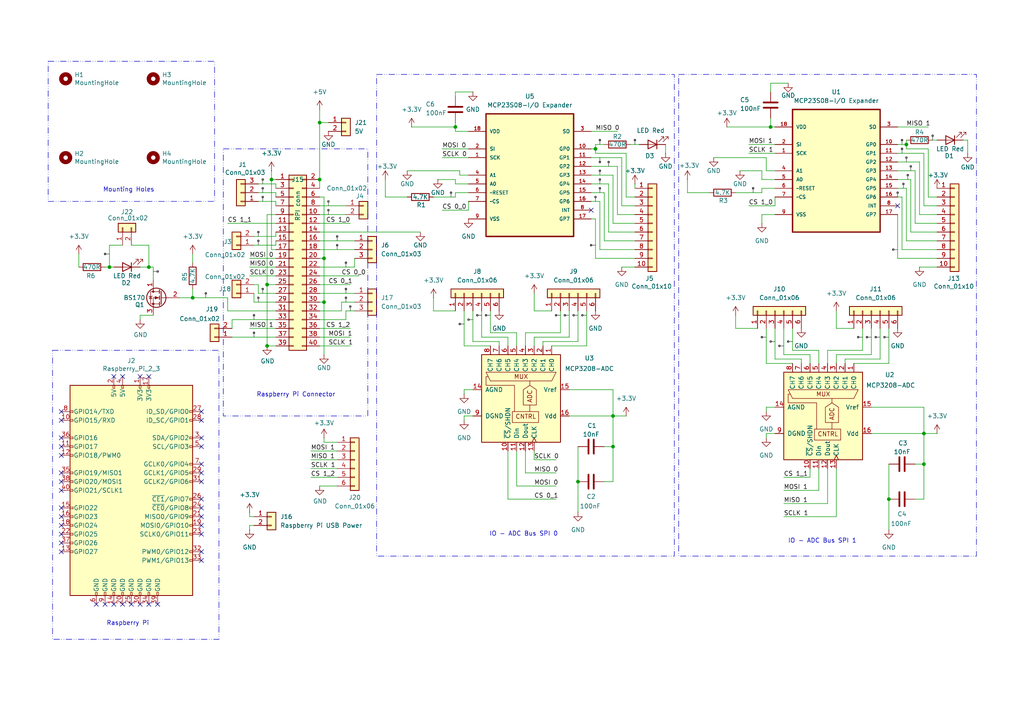
<source format=kicad_sch>
(kicad_sch (version 20231120) (generator "eeschema") (generator_version "8.0")
  (paper "A4")
  (title_block (title "PIADC-IO PCB") (rev "1") (company "GSI") (comment 1 "Dounia Boudefla"))
  (lib_symbols
    (symbol "Analog_ADC:MCP3208" (pin_names (offset 1.016))
      (property "Reference" "U" (at -5.08 13.335 0))
      (property "Value" "MCP3208" (at -5.08 11.43 0))
      (symbol "MCP3208_0_0"
        (text "ADC" (at -0.635 1.27 0) (effects (font (size 1.27 1.27))))
        (text "CNTRL" (at 5.969 -2.921 900) (effects (font (size 1.27 1.27)) (justify left bottom)))
        (text "MUX" (at -6.35 -1.27 900) (effects (font (size 1.27 1.27))))
      )
      (symbol "MCP3208_1_1"
        (pin input line (at -15.24 7.62 0) (length 2.54) (name "CH0") (number "1"))
        (pin input line (at 15.24 -5.08 180) (length 2.54) (name "~{CS}/SHDN") (number "10"))
        (pin input line (at 15.24 -2.54 180) (length 2.54) (name "Din") (number "11"))
        (pin output line (at 15.24 0 180) (length 2.54) (name "Dout") (number "12"))
        (pin input clock (at 15.24 2.54 180) (length 2.54) (name "CLK") (number "13"))
        (pin power_in line (at -2.54 -15.24 90) (length 2.54) (name "AGND") (number "14"))
        (pin power_in line (at -2.54 12.7 270) (length 2.54) (name "Vref") (number "15"))
        (pin power_in line (at 5.08 12.7 270) (length 2.54) (name "Vdd") (number "16"))
        (pin input line (at -15.24 5.08 0) (length 2.54) (name "CH1") (number "2"))
        (pin input line (at -15.24 2.54 0) (length 2.54) (name "CH2") (number "3"))
        (pin input line (at -15.24 0 0) (length 2.54) (name "CH3") (number "4"))
        (pin input line (at -15.24 -2.54 0) (length 2.54) (name "CH4") (number "5"))
        (pin input line (at -15.24 -5.08 0) (length 2.54) (name "CH5") (number "6"))
        (pin input line (at -15.24 -7.62 0) (length 2.54) (name "CH6") (number "7"))
        (pin input line (at -15.24 -10.16 0) (length 2.54) (name "CH7") (number "8"))
        (pin power_in line (at 5.08 -15.24 90) (length 2.54) (name "DGND") (number "9"))
      )
    )
    (symbol "Connector:Raspberry_Pi_2_3" (pin_names (offset 1.016))
      (property "Reference" "J" (at -17.78 31.75 0))
      (property "Value" "Raspberry_Pi_2_3" (at 10.16 -31.75 0))
      (symbol "Raspberry_Pi_2_3_1_1"
        (pin power_in line (at 2.54 33.02 270) (length 2.54) (name "3V3") (number "1"))
        (pin bidirectional line (at -20.32 20.32 0) (length 2.54) (name "GPIO15/RXD") (number "10"))
        (pin bidirectional line (at -20.32 12.7 0) (length 2.54) (name "GPIO17") (number "11"))
        (pin bidirectional line (at -20.32 10.16 0) (length 2.54) (name "GPIO18/PWM0") (number "12"))
        (pin bidirectional line (at -20.32 -17.78 0) (length 2.54) (name "GPIO27") (number "13"))
        (pin power_in line (at -5.08 -33.02 90) (length 2.54) (name "GND") (number "14"))
        (pin bidirectional line (at -20.32 -5.08 0) (length 2.54) (name "GPIO22") (number "15"))
        (pin bidirectional line (at -20.32 -7.62 0) (length 2.54) (name "GPIO23") (number "16"))
        (pin power_in line (at 5.08 33.02 270) (length 2.54) (name "3V3") (number "17"))
        (pin bidirectional line (at -20.32 -10.16 0) (length 2.54) (name "GPIO24") (number "18"))
        (pin bidirectional line (at 20.32 -10.16 180) (length 2.54) (name "MOSI0/GPIO10") (number "19"))
        (pin power_in line (at -5.08 33.02 270) (length 2.54) (name "5V") (number "2"))
        (pin power_in line (at -2.54 -33.02 90) (length 2.54) (name "GND") (number "20"))
        (pin bidirectional line (at 20.32 -7.62 180) (length 2.54) (name "MISO0/GPIO9") (number "21"))
        (pin bidirectional line (at -20.32 -12.7 0) (length 2.54) (name "GPIO25") (number "22"))
        (pin bidirectional line (at 20.32 -12.7 180) (length 2.54) (name "SCLK0/GPIO11") (number "23"))
        (pin bidirectional line (at 20.32 -5.08 180) (length 2.54) (name "~{CE0}/GPIO8") (number "24"))
        (pin power_in line (at 0 -33.02 90) (length 2.54) (name "GND") (number "25"))
        (pin bidirectional line (at 20.32 -2.54 180) (length 2.54) (name "~{CE1}/GPIO7") (number "26"))
        (pin bidirectional line (at 20.32 22.86 180) (length 2.54) (name "ID_SD/GPIO0") (number "27"))
        (pin bidirectional line (at 20.32 20.32 180) (length 2.54) (name "ID_SC/GPIO1") (number "28"))
        (pin bidirectional line (at 20.32 5.08 180) (length 2.54) (name "GCLK1/GPIO5") (number "29"))
        (pin bidirectional line (at 20.32 15.24 180) (length 2.54) (name "SDA/GPIO2") (number "3"))
        (pin power_in line (at 2.54 -33.02 90) (length 2.54) (name "GND") (number "30"))
        (pin bidirectional line (at 20.32 2.54 180) (length 2.54) (name "GCLK2/GPIO6") (number "31"))
        (pin bidirectional line (at 20.32 -17.78 180) (length 2.54) (name "PWM0/GPIO12") (number "32"))
        (pin bidirectional line (at 20.32 -20.32 180) (length 2.54) (name "PWM1/GPIO13") (number "33"))
        (pin power_in line (at 5.08 -33.02 90) (length 2.54) (name "GND") (number "34"))
        (pin bidirectional line (at -20.32 5.08 0) (length 2.54) (name "GPIO19/MISO1") (number "35"))
        (pin bidirectional line (at -20.32 15.24 0) (length 2.54) (name "GPIO16") (number "36"))
        (pin bidirectional line (at -20.32 -15.24 0) (length 2.54) (name "GPIO26") (number "37"))
        (pin bidirectional line (at -20.32 2.54 0) (length 2.54) (name "GPIO20/MOSI1") (number "38"))
        (pin power_in line (at 7.62 -33.02 90) (length 2.54) (name "GND") (number "39"))
        (pin power_in line (at -2.54 33.02 270) (length 2.54) (name "5V") (number "4"))
        (pin bidirectional line (at -20.32 0 0) (length 2.54) (name "GPIO21/SCLK1") (number "40"))
        (pin bidirectional line (at 20.32 12.7 180) (length 2.54) (name "SCL/GPIO3") (number "5"))
        (pin power_in line (at -10.16 -33.02 90) (length 2.54) (name "GND") (number "6"))
        (pin bidirectional line (at 20.32 7.62 180) (length 2.54) (name "GCLK0/GPIO4") (number "7"))
        (pin bidirectional line (at -20.32 22.86 0) (length 2.54) (name "GPIO14/TXD") (number "8"))
        (pin power_in line (at -7.62 -33.02 90) (length 2.54) (name "GND") (number "9"))
      )
    )
    (symbol "Connector_Generic:Conn_01x02" (pin_names (offset 1.016) hide)
      (property "Reference" "J" (at 0 2.54 0))
      (property "Value" "Conn_01x02" (at 0 -5.08 0))
      (symbol "Conn_01x02_1_1"
        (pin passive line (at -5.08 0 0) (length 3.81) (name "Pin_1") (number "1"))
        (pin passive line (at -5.08 -2.54 0) (length 3.81) (name "Pin_2") (number "2"))
      )
    )
    (symbol "Connector_Generic:Conn_01x03" (pin_names (offset 1.016) hide)
      (property "Reference" "J" (at 0 5.08 0))
      (property "Value" "Conn_01x03" (at 0 -5.08 0))
      (symbol "Conn_01x03_1_1"
        (pin passive line (at -5.08 2.54 0) (length 3.81) (name "Pin_1") (number "1"))
        (pin passive line (at -5.08 0 0) (length 3.81) (name "Pin_2") (number "2"))
        (pin passive line (at -5.08 -2.54 0) (length 3.81) (name "Pin_3") (number "3"))
      )
    )
    (symbol "Connector_Generic:Conn_01x06" (pin_names (offset 1.016) hide)
      (property "Reference" "J" (at 0 7.62 0))
      (property "Value" "Conn_01x06" (at 0 -10.16 0))
      (symbol "Conn_01x06_1_1"
        (pin passive line (at -5.08 5.08 0) (length 3.81) (name "Pin_1") (number "1"))
        (pin passive line (at -5.08 2.54 0) (length 3.81) (name "Pin_2") (number "2"))
        (pin passive line (at -5.08 0 0) (length 3.81) (name "Pin_3") (number "3"))
        (pin passive line (at -5.08 -2.54 0) (length 3.81) (name "Pin_4") (number "4"))
        (pin passive line (at -5.08 -5.08 0) (length 3.81) (name "Pin_5") (number "5"))
        (pin passive line (at -5.08 -7.62 0) (length 3.81) (name "Pin_6") (number "6"))
      )
    )
    (symbol "Connector_Generic:Conn_01x10" (pin_names (offset 1.016) hide)
      (property "Reference" "J" (at 0 12.7 0))
      (property "Value" "Conn_01x10" (at 0 -15.24 0))
      (symbol "Conn_01x10_1_1"
        (pin passive line (at -5.08 10.16 0) (length 3.81) (name "Pin_1") (number "1"))
        (pin passive line (at -5.08 -12.7 0) (length 3.81) (name "Pin_10") (number "10"))
        (pin passive line (at -5.08 7.62 0) (length 3.81) (name "Pin_2") (number "2"))
        (pin passive line (at -5.08 5.08 0) (length 3.81) (name "Pin_3") (number "3"))
        (pin passive line (at -5.08 2.54 0) (length 3.81) (name "Pin_4") (number "4"))
        (pin passive line (at -5.08 0 0) (length 3.81) (name "Pin_5") (number "5"))
        (pin passive line (at -5.08 -2.54 0) (length 3.81) (name "Pin_6") (number "6"))
        (pin passive line (at -5.08 -5.08 0) (length 3.81) (name "Pin_7") (number "7"))
        (pin passive line (at -5.08 -7.62 0) (length 3.81) (name "Pin_8") (number "8"))
        (pin passive line (at -5.08 -10.16 0) (length 3.81) (name "Pin_9") (number "9"))
      )
    )
    (symbol "Connector_Generic:Conn_02x20_Odd_Even" (pin_names (offset 1.016) hide)
      (property "Reference" "J" (at 1.27 25.4 0))
      (property "Value" "Conn_02x20_Odd_Even" (at 1.27 -27.94 0))
      (symbol "Conn_02x20_Odd_Even_1_1"
        (pin passive line (at -5.08 22.86 0) (length 3.81) (name "Pin_1") (number "1"))
        (pin passive line (at 7.62 12.7 180) (length 3.81) (name "Pin_10") (number "10"))
        (pin passive line (at -5.08 10.16 0) (length 3.81) (name "Pin_11") (number "11"))
        (pin passive line (at 7.62 10.16 180) (length 3.81) (name "Pin_12") (number "12"))
        (pin passive line (at -5.08 7.62 0) (length 3.81) (name "Pin_13") (number "13"))
        (pin passive line (at 7.62 7.62 180) (length 3.81) (name "Pin_14") (number "14"))
        (pin passive line (at -5.08 5.08 0) (length 3.81) (name "Pin_15") (number "15"))
        (pin passive line (at 7.62 5.08 180) (length 3.81) (name "Pin_16") (number "16"))
        (pin passive line (at -5.08 2.54 0) (length 3.81) (name "Pin_17") (number "17"))
        (pin passive line (at 7.62 2.54 180) (length 3.81) (name "Pin_18") (number "18"))
        (pin passive line (at -5.08 0 0) (length 3.81) (name "Pin_19") (number "19"))
        (pin passive line (at 7.62 22.86 180) (length 3.81) (name "Pin_2") (number "2"))
        (pin passive line (at 7.62 0 180) (length 3.81) (name "Pin_20") (number "20"))
        (pin passive line (at -5.08 -2.54 0) (length 3.81) (name "Pin_21") (number "21"))
        (pin passive line (at 7.62 -2.54 180) (length 3.81) (name "Pin_22") (number "22"))
        (pin passive line (at -5.08 -5.08 0) (length 3.81) (name "Pin_23") (number "23"))
        (pin passive line (at 7.62 -5.08 180) (length 3.81) (name "Pin_24") (number "24"))
        (pin passive line (at -5.08 -7.62 0) (length 3.81) (name "Pin_25") (number "25"))
        (pin passive line (at 7.62 -7.62 180) (length 3.81) (name "Pin_26") (number "26"))
        (pin passive line (at -5.08 -10.16 0) (length 3.81) (name "Pin_27") (number "27"))
        (pin passive line (at 7.62 -10.16 180) (length 3.81) (name "Pin_28") (number "28"))
        (pin passive line (at -5.08 -12.7 0) (length 3.81) (name "Pin_29") (number "29"))
        (pin passive line (at -5.08 20.32 0) (length 3.81) (name "Pin_3") (number "3"))
        (pin passive line (at 7.62 -12.7 180) (length 3.81) (name "Pin_30") (number "30"))
        (pin passive line (at -5.08 -15.24 0) (length 3.81) (name "Pin_31") (number "31"))
        (pin passive line (at 7.62 -15.24 180) (length 3.81) (name "Pin_32") (number "32"))
        (pin passive line (at -5.08 -17.78 0) (length 3.81) (name "Pin_33") (number "33"))
        (pin passive line (at 7.62 -17.78 180) (length 3.81) (name "Pin_34") (number "34"))
        (pin passive line (at -5.08 -20.32 0) (length 3.81) (name "Pin_35") (number "35"))
        (pin passive line (at 7.62 -20.32 180) (length 3.81) (name "Pin_36") (number "36"))
        (pin passive line (at -5.08 -22.86 0) (length 3.81) (name "Pin_37") (number "37"))
        (pin passive line (at 7.62 -22.86 180) (length 3.81) (name "Pin_38") (number "38"))
        (pin passive line (at -5.08 -25.4 0) (length 3.81) (name "Pin_39") (number "39"))
        (pin passive line (at 7.62 20.32 180) (length 3.81) (name "Pin_4") (number "4"))
        (pin passive line (at 7.62 -25.4 180) (length 3.81) (name "Pin_40") (number "40"))
        (pin passive line (at -5.08 17.78 0) (length 3.81) (name "Pin_5") (number "5"))
        (pin passive line (at 7.62 17.78 180) (length 3.81) (name "Pin_6") (number "6"))
        (pin passive line (at -5.08 15.24 0) (length 3.81) (name "Pin_7") (number "7"))
        (pin passive line (at 7.62 15.24 180) (length 3.81) (name "Pin_8") (number "8"))
        (pin passive line (at -5.08 12.7 0) (length 3.81) (name "Pin_9") (number "9"))
      )
    )
    (symbol "Device:C" (pin_numbers hide) (pin_names (offset 0.254))
      (property "Reference" "C" (at 0.635 2.54 0))
      (property "Value" "C" (at 0.635 -2.54 0))
      (symbol "C_1_1"
        (pin passive line (at 0 3.81 270) (length 2.794) (name "~") (number "1"))
        (pin passive line (at 0 -3.81 90) (length 2.794) (name "~") (number "2"))
      )
    )
    (symbol "Device:LED" (pin_numbers hide) (pin_names (offset 1.016) hide)
      (property "Reference" "D" (at 0 2.54 0))
      (property "Value" "LED" (at 0 -2.54 0))
      (symbol "LED_1_1"
        (pin passive line (at -3.81 0 0) (length 2.54) (name "K") (number "1"))
        (pin passive line (at 3.81 0 180) (length 2.54) (name "A") (number "2"))
      )
    )
    (symbol "Device:R" (pin_numbers hide) (pin_names (offset 0))
      (property "Reference" "R" (at 2.032 0 90))
      (property "Value" "R" (at 0 0 90))
      (symbol "R_1_1"
        (pin passive line (at 0 3.81 270) (length 1.27) (name "~") (number "1"))
        (pin passive line (at 0 -3.81 90) (length 1.27) (name "~") (number "2"))
      )
    )
    (symbol "GND_1" (power) (pin_numbers hide) (pin_names (offset 0) hide)
      (property "Value" "GND" (at 0 -3.81 0))
      (symbol "GND_1_1_1"
        (pin power_in line (at 0 0 270) (length 0) (name "~") (number "1"))
      )
    )
    (symbol "GND_2" (power) (pin_numbers hide) (pin_names (offset 0) hide)
      (property "Value" "GND" (at 0 -3.81 0))
      (symbol "GND_2_1_1"
        (pin power_in line (at 0 0 270) (length 0) (name "~") (number "1"))
      )
    )
    (symbol "GND_3" (power) (pin_numbers hide) (pin_names (offset 0) hide)
      (property "Value" "GND" (at 0 -3.81 0))
      (symbol "GND_3_1_1"
        (pin power_in line (at 0 0 270) (length 0) (name "~") (number "1"))
      )
    )
    (symbol "GND_4" (power) (pin_numbers hide) (pin_names (offset 0) hide)
      (property "Value" "GND" (at 0 -3.81 0))
      (symbol "GND_4_1_1"
        (pin power_in line (at 0 0 270) (length 0) (name "~") (number "1"))
      )
    )
    (symbol "MCP23S08-E_P:MCP23S08-E_P" (pin_names (offset 1.016))
      (property "Reference" "U" (at -4.7323 19.3109 0))
      (property "Value" "MCP23S08-E_P" (at -5.975 -23.8491 0))
      (symbol "MCP23S08-E_P_0_0"
        (pin input line (at -17.78 2.54 0) (length 5.08) (name "SCK") (number "1"))
        (pin bidirectional line (at 17.78 5.08 180) (length 5.08) (name "GP0") (number "10"))
        (pin bidirectional line (at 17.78 2.54 180) (length 5.08) (name "GP1") (number "11"))
        (pin bidirectional line (at 17.78 0 180) (length 5.08) (name "GP2") (number "12"))
        (pin bidirectional line (at 17.78 -2.54 180) (length 5.08) (name "GP3") (number "13"))
        (pin bidirectional line (at 17.78 -5.08 180) (length 5.08) (name "GP4") (number "14"))
        (pin bidirectional line (at 17.78 -7.62 180) (length 5.08) (name "GP5") (number "15"))
        (pin bidirectional line (at 17.78 -10.16 180) (length 5.08) (name "GP6") (number "16"))
        (pin bidirectional line (at 17.78 -15.24 180) (length 5.08) (name "GP7") (number "17"))
        (pin power_in line (at -17.78 10.16 0) (length 5.08) (name "VDD") (number "18"))
        (pin input line (at -17.78 5.08 0) (length 5.08) (name "SI") (number "2"))
        (pin output line (at 17.78 10.16 180) (length 5.08) (name "SO") (number "3"))
        (pin input line (at -17.78 -2.54 0) (length 5.08) (name "A1") (number "4"))
        (pin input line (at -17.78 -5.08 0) (length 5.08) (name "A0") (number "5"))
        (pin input line (at -17.78 -7.62 0) (length 5.08) (name "~RESET") (number "6"))
        (pin input line (at -17.78 -10.16 0) (length 5.08) (name "~CS") (number "7"))
        (pin output line (at 17.78 -12.7 180) (length 5.08) (name "INT") (number "8"))
        (pin power_in line (at -17.78 -15.24 0) (length 5.08) (name "VSS") (number "9"))
      )
    )
    (symbol "Mechanical:MountingHole" (pin_names (offset 1.016))
      (property "Reference" "H" (at 0 5.08 0))
      (property "Value" "MountingHole" (at 0 3.175 0))
    )
    (symbol "Transistor_FET:BS170" (pin_names hide)
      (property "Reference" "Q" (at 5.08 1.905 0))
      (property "Value" "BS170" (at 5.08 0 0))
      (symbol "BS170_1_1"
        (pin passive line (at 2.54 5.08 270) (length 2.54) (name "D") (number "1"))
        (pin input line (at -5.08 0 0) (length 2.54) (name "G") (number "2"))
        (pin passive line (at 2.54 -5.08 90) (length 2.54) (name "S") (number "3"))
      )
    )
    (symbol "power:+3.3V" (power) (pin_numbers hide) (pin_names (offset 0) hide)
      (property "Value" "+3.3V" (at 0 3.556 0))
      (symbol "+3.3V_1_1"
        (pin power_in line (at 0 0 90) (length 0) (name "~") (number "1"))
      )
    )
    (symbol "power:+5V" (power) (pin_numbers hide) (pin_names (offset 0) hide)
      (property "Value" "+5V" (at 0 3.556 0))
      (symbol "+5V_1_1"
        (pin power_in line (at 0 0 90) (length 0) (name "~") (number "1"))
      )
    )
    (symbol "power:GND" (power) (pin_names (offset 0))
      (property "Value" "GND" (at 0 -3.81 0))
      (symbol "GND_1_1"
        (pin power_in line (at 0 0 270) (length 0) hide (name "GND") (number "1"))
      )
    )
  )
  (junction (at 262.89 41.91))
  (junction (at 92.71 35.56))
  (junction (at 167.64 139.7))
  (junction (at 223.52 36.83))
  (junction (at 77.47 100.33))
  (junction (at 92.71 52.07))
  (junction (at 267.97 134.62))
  (junction (at 257.81 144.78))
  (junction (at 93.98 87.63))
  (junction (at 177.8 129.54))
  (junction (at 31.75 77.47))
  (junction (at 132.08 36.83))
  (junction (at 78.74 52.07))
  (junction (at 93.98 74.93))
  (junction (at 77.47 82.55))
  (junction (at 267.97 125.73))
  (junction (at 177.8 120.65))
  (junction (at 172.72 43.18))
  (junction (at 55.88 86.36))
  (junction (at 43.18 77.47))
  (no_connect (at 58.42 129.54))
  (no_connect (at 40.64 109.22))
  (no_connect (at 17.78 147.32))
  (no_connect (at 260.35 59.69))
  (no_connect (at 17.78 152.4))
  (no_connect (at 17.78 149.86))
  (no_connect (at 17.78 129.54))
  (no_connect (at 58.42 121.92))
  (no_connect (at 43.18 109.22))
  (no_connect (at 58.42 137.16))
  (no_connect (at 35.56 175.26))
  (no_connect (at 17.78 127))
  (no_connect (at 35.56 109.22))
  (no_connect (at 58.42 154.94))
  (no_connect (at 58.42 134.62))
  (no_connect (at 17.78 157.48))
  (no_connect (at 45.72 175.26))
  (no_connect (at 33.02 175.26))
  (no_connect (at 17.78 142.24))
  (no_connect (at 58.42 162.56))
  (no_connect (at 58.42 152.4))
  (no_connect (at 27.94 175.26))
  (no_connect (at 17.78 132.08))
  (no_connect (at 58.42 119.38))
  (no_connect (at 58.42 160.02))
  (no_connect (at 58.42 127))
  (no_connect (at 171.45 60.96))
  (no_connect (at 58.42 149.86))
  (no_connect (at 17.78 160.02))
  (no_connect (at 58.42 147.32))
  (no_connect (at 17.78 121.92))
  (no_connect (at 33.02 109.22))
  (no_connect (at 43.18 175.26))
  (no_connect (at 17.78 139.7))
  (no_connect (at 38.1 175.26))
  (no_connect (at 17.78 119.38))
  (no_connect (at 17.78 137.16))
  (no_connect (at 17.78 154.94))
  (no_connect (at 58.42 144.78))
  (no_connect (at 58.42 139.7))
  (no_connect (at 30.48 175.26))
  (no_connect (at 40.64 175.26))
  (wire (pts (xy 67.31 95.25) (xy 67.31 92.71)))
  (wire (pts (xy 92.71 95.25) (xy 101.6 95.25)))
  (wire (pts (xy 137.16 99.06) (xy 144.78 99.06)))
  (wire (pts (xy 128.27 45.72) (xy 135.89 45.72)))
  (wire (pts (xy 217.17 41.91) (xy 224.79 41.91)))
  (wire (pts (xy 171.45 50.8) (xy 177.8 50.8)))
  (wire (pts (xy 135.89 38.1) (xy 132.08 38.1)))
  (wire (pts (xy 67.31 92.71) (xy 80.01 92.71)))
  (wire (pts (xy 220.98 54.61) (xy 220.98 55.88)))
  (wire (pts (xy 262.89 43.18) (xy 262.89 41.91)))
  (wire (pts (xy 35.56 71.12) (xy 31.75 71.12)))
  (wire (pts (xy 92.71 92.71) (xy 100.33 92.71)))
  (wire (pts (xy 177.8 120.65) (xy 177.8 129.54)))
  (wire (pts (xy 144.78 99.06) (xy 144.78 100.33)))
  (wire (pts (xy 74.93 55.88) (xy 80.01 55.88)))
  (wire (pts (xy 199.39 55.88) (xy 205.74 55.88)))
  (wire (pts (xy 125.73 90.17) (xy 132.08 90.17)))
  (wire (pts (xy 261.62 72.39) (xy 271.78 72.39)))
  (wire (pts (xy 265.43 144.78) (xy 267.97 144.78)))
  (wire (pts (xy 137.16 120.65) (xy 134.62 120.65)))
  (wire (pts (xy 149.86 130.81) (xy 149.86 140.97)))
  (wire (pts (xy 245.11 104.14) (xy 245.11 105.41)))
  (wire (pts (xy 154.94 85.09) (xy 154.94 90.17)))
  (wire (pts (xy 92.71 59.69) (xy 100.33 59.69)))
  (wire (pts (xy 111.76 57.15) (xy 118.11 57.15)))
  (wire (pts (xy 93.98 74.93) (xy 92.71 74.93)))
  (wire (pts (xy 165.1 97.79) (xy 154.94 97.79)))
  (wire (pts (xy 73.66 87.63) (xy 80.01 87.63)))
  (wire (pts (xy 92.71 140.97) (xy 97.79 140.97)))
  (wire (pts (xy 267.97 44.45) (xy 267.97 59.69)))
  (wire (pts (xy 177.8 129.54) (xy 177.8 139.7)))
  (wire (pts (xy 227.33 95.25) (xy 227.33 102.87)))
  (wire (pts (xy 125.73 57.15) (xy 132.08 57.15)))
  (wire (pts (xy 43.18 77.47) (xy 44.45 77.47)))
  (wire (pts (xy 72.39 149.86) (xy 72.39 148.59)))
  (wire (pts (xy 135.89 58.42) (xy 135.89 60.96)))
  (wire (pts (xy 242.57 95.25) (xy 247.65 95.25)))
  (wire (pts (xy 137.16 26.67) (xy 132.08 26.67)))
  (wire (pts (xy 220.98 52.07) (xy 224.79 52.07)))
  (wire (pts (xy 133.35 49.53) (xy 118.11 49.53)))
  (wire (pts (xy 172.72 43.18) (xy 171.45 43.18)))
  (wire (pts (xy 139.7 90.17) (xy 139.7 97.79)))
  (wire (pts (xy 265.43 134.62) (xy 267.97 134.62)))
  (wire (pts (xy 170.18 90.17) (xy 170.18 100.33)))
  (wire (pts (xy 171.45 58.42) (xy 173.99 58.42)))
  (wire (pts (xy 171.45 53.34) (xy 176.53 53.34)))
  (wire (pts (xy 240.03 135.89) (xy 240.03 146.05)))
  (wire (pts (xy 132.08 53.34) (xy 135.89 53.34)))
  (wire (pts (xy 172.72 41.91) (xy 172.72 43.18)))
  (wire (pts (xy 255.27 104.14) (xy 245.11 104.14)))
  (wire (pts (xy 74.93 85.09) (xy 74.93 82.55)))
  (wire (pts (xy 162.56 90.17) (xy 162.56 96.52)))
  (wire (pts (xy 252.73 118.11) (xy 267.97 118.11)))
  (wire (pts (xy 149.86 96.52) (xy 149.86 100.33)))
  (wire (pts (xy 80.01 55.88) (xy 80.01 57.15)))
  (wire (pts (xy 213.36 95.25) (xy 219.71 95.25)))
  (wire (pts (xy 147.32 144.78) (xy 161.29 144.78)))
  (wire (pts (xy 80.01 53.34) (xy 80.01 54.61)))
  (wire (pts (xy 260.35 46.99) (xy 266.7 46.99)))
  (wire (pts (xy 262.89 54.61) (xy 262.89 69.85)))
  (wire (pts (xy 55.88 73.66) (xy 55.88 76.2)))
  (wire (pts (xy 184.15 53.34) (xy 184.15 54.61)))
  (wire (pts (xy 266.7 46.99) (xy 266.7 62.23)))
  (wire (pts (xy 171.45 55.88) (xy 175.26 55.88)))
  (wire (pts (xy 266.7 77.47) (xy 271.78 77.47)))
  (wire (pts (xy 132.08 52.07) (xy 132.08 53.34)))
  (wire (pts (xy 217.17 59.69) (xy 224.79 59.69)))
  (wire (pts (xy 43.18 71.12) (xy 43.18 77.47)))
  (wire (pts (xy 176.53 67.31) (xy 184.15 67.31)))
  (wire (pts (xy 165.1 120.65) (xy 177.8 120.65)))
  (wire (pts (xy 180.34 77.47) (xy 184.15 77.47)))
  (wire (pts (xy 111.76 52.07) (xy 111.76 57.15)))
  (wire (pts (xy 224.79 57.15) (xy 224.79 59.69)))
  (wire (pts (xy 172.72 44.45) (xy 172.72 43.18)))
  (wire (pts (xy 222.25 105.41) (xy 229.87 105.41)))
  (wire (pts (xy 227.33 138.43) (xy 234.95 138.43)))
  (wire (pts (xy 137.16 90.17) (xy 137.16 99.06)))
  (wire (pts (xy 72.39 77.47) (xy 80.01 77.47)))
  (wire (pts (xy 262.89 40.64) (xy 262.89 41.91)))
  (wire (pts (xy 92.71 35.56) (xy 95.25 35.56)))
  (wire (pts (xy 170.18 100.33) (xy 160.02 100.33)))
  (wire (pts (xy 44.45 91.44) (xy 40.64 91.44)))
  (wire (pts (xy 74.93 53.34) (xy 80.01 53.34)))
  (wire (pts (xy 252.73 95.25) (xy 252.73 102.87)))
  (wire (pts (xy 223.52 24.13) (xy 223.52 26.67)))
  (wire (pts (xy 66.04 90.17) (xy 80.01 90.17)))
  (wire (pts (xy 92.71 90.17) (xy 99.06 90.17)))
  (wire (pts (xy 152.4 96.52) (xy 152.4 100.33)))
  (wire (pts (xy 260.35 49.53) (xy 265.43 49.53)))
  (wire (pts (xy 222.25 118.11) (xy 222.25 119.38)))
  (wire (pts (xy 77.47 82.55) (xy 80.01 82.55)))
  (wire (pts (xy 93.98 57.15) (xy 93.98 74.93)))
  (wire (pts (xy 227.33 146.05) (xy 240.03 146.05)))
  (wire (pts (xy 224.79 118.11) (xy 222.25 118.11)))
  (wire (pts (xy 154.94 133.35) (xy 161.29 133.35)))
  (wire (pts (xy 165.1 113.03) (xy 177.8 113.03)))
  (wire (pts (xy 224.79 62.23) (xy 220.98 62.23)))
  (wire (pts (xy 92.71 77.47) (xy 102.87 77.47)))
  (wire (pts (xy 92.71 31.75) (xy 92.71 35.56)))
  (wire (pts (xy 93.98 74.93) (xy 93.98 87.63)))
  (wire (pts (xy 257.81 144.78) (xy 257.81 153.67)))
  (wire (pts (xy 154.94 133.35) (xy 154.94 130.81)))
  (wire (pts (xy 240.03 101.6) (xy 240.03 105.41)))
  (wire (pts (xy 266.7 62.23) (xy 271.78 62.23)))
  (wire (pts (xy 234.95 135.89) (xy 234.95 138.43)))
  (wire (pts (xy 73.66 68.58) (xy 80.01 68.58)))
  (wire (pts (xy 132.08 36.83) (xy 119.38 36.83)))
  (wire (pts (xy 223.52 34.29) (xy 223.52 36.83)))
  (wire (pts (xy 260.35 74.93) (xy 271.78 74.93)))
  (wire (pts (xy 171.45 63.5) (xy 172.72 63.5)))
  (wire (pts (xy 92.71 72.39) (xy 102.87 72.39)))
  (wire (pts (xy 260.35 54.61) (xy 262.89 54.61)))
  (wire (pts (xy 66.04 64.77) (xy 80.01 64.77)))
  (wire (pts (xy 149.86 140.97) (xy 161.29 140.97)))
  (wire (pts (xy 80.01 68.58) (xy 80.01 67.31)))
  (wire (pts (xy 180.34 59.69) (xy 184.15 59.69)))
  (wire (pts (xy 242.57 90.17) (xy 242.57 95.25)))
  (wire (pts (xy 260.35 62.23) (xy 260.35 74.93)))
  (wire (pts (xy 172.72 41.91) (xy 175.26 41.91)))
  (wire (pts (xy 132.08 55.88) (xy 132.08 57.15)))
  (wire (pts (xy 133.35 50.8) (xy 135.89 50.8)))
  (wire (pts (xy 179.07 48.26) (xy 179.07 62.23)))
  (wire (pts (xy 74.93 58.42) (xy 80.01 58.42)))
  (wire (pts (xy 92.71 57.15) (xy 93.98 57.15)))
  (wire (pts (xy 257.81 134.62) (xy 257.81 144.78)))
  (wire (pts (xy 262.89 41.91) (xy 260.35 41.91)))
  (wire (pts (xy 152.4 130.81) (xy 152.4 137.16)))
  (wire (pts (xy 99.06 87.63) (xy 102.87 87.63)))
  (wire (pts (xy 232.41 104.14) (xy 232.41 105.41)))
  (wire (pts (xy 74.93 82.55) (xy 73.66 82.55)))
  (wire (pts (xy 92.71 69.85) (xy 102.87 69.85)))
  (wire (pts (xy 252.73 102.87) (xy 242.57 102.87)))
  (wire (pts (xy 267.97 118.11) (xy 267.97 125.73)))
  (wire (pts (xy 72.39 152.4) (xy 72.39 153.67)))
  (wire (pts (xy 92.71 35.56) (xy 92.71 52.07)))
  (wire (pts (xy 176.53 53.34) (xy 176.53 67.31)))
  (wire (pts (xy 102.87 77.47) (xy 102.87 74.93)))
  (wire (pts (xy 134.62 113.03) (xy 134.62 114.3)))
  (wire (pts (xy 261.62 57.15) (xy 261.62 72.39)))
  (wire (pts (xy 237.49 135.89) (xy 237.49 142.24)))
  (wire (pts (xy 72.39 95.25) (xy 80.01 95.25)))
  (wire (pts (xy 31.75 77.47) (xy 33.02 77.47)))
  (wire (pts (xy 224.79 95.25) (xy 224.79 104.14)))
  (wire (pts (xy 167.64 99.06) (xy 157.48 99.06)))
  (wire (pts (xy 72.39 74.93) (xy 80.01 74.93)))
  (wire (pts (xy 92.71 52.07) (xy 92.71 54.61)))
  (wire (pts (xy 135.89 55.88) (xy 132.08 55.88)))
  (wire (pts (xy 77.47 100.33) (xy 80.01 100.33)))
  (wire (pts (xy 250.19 95.25) (xy 250.19 101.6)))
  (wire (pts (xy 260.35 36.83) (xy 269.24 36.83)))
  (wire (pts (xy 260.35 57.15) (xy 261.62 57.15)))
  (wire (pts (xy 80.01 71.12) (xy 80.01 69.85)))
  (wire (pts (xy 171.45 45.72) (xy 180.34 45.72)))
  (wire (pts (xy 255.27 95.25) (xy 255.27 104.14)))
  (wire (pts (xy 134.62 90.17) (xy 134.62 100.33)))
  (wire (pts (xy 267.97 125.73) (xy 267.97 134.62)))
  (wire (pts (xy 92.71 82.55) (xy 101.6 82.55)))
  (wire (pts (xy 175.26 129.54) (xy 177.8 129.54)))
  (wire (pts (xy 80.01 72.39) (xy 78.74 72.39)))
  (wire (pts (xy 193.04 41.91) (xy 193.04 44.45)))
  (wire (pts (xy 90.17 135.89) (xy 97.79 135.89)))
  (wire (pts (xy 167.64 129.54) (xy 167.64 139.7)))
  (wire (pts (xy 264.16 52.07) (xy 264.16 67.31)))
  (wire (pts (xy 181.61 57.15) (xy 181.61 44.45)))
  (wire (pts (xy 181.61 44.45) (xy 172.72 44.45)))
  (wire (pts (xy 77.47 62.23) (xy 77.47 82.55)))
  (wire (pts (xy 222.25 45.72) (xy 222.25 49.53)))
  (wire (pts (xy 55.88 83.82) (xy 55.88 86.36)))
  (wire (pts (xy 77.47 100.33) (xy 77.47 82.55)))
  (wire (pts (xy 242.57 135.89) (xy 242.57 149.86)))
  (wire (pts (xy 100.33 90.17) (xy 102.87 90.17)))
  (wire (pts (xy 184.15 57.15) (xy 181.61 57.15)))
  (wire (pts (xy 234.95 102.87) (xy 234.95 105.41)))
  (wire (pts (xy 73.66 71.12) (xy 80.01 71.12)))
  (wire (pts (xy 180.34 45.72) (xy 180.34 59.69)))
  (wire (pts (xy 52.07 86.36) (xy 55.88 86.36)))
  (wire (pts (xy 267.97 59.69) (xy 271.78 59.69)))
  (wire (pts (xy 172.72 74.93) (xy 184.15 74.93)))
  (wire (pts (xy 154.94 97.79) (xy 154.94 100.33)))
  (wire (pts (xy 100.33 92.71) (xy 100.33 90.17)))
  (wire (pts (xy 67.31 97.79) (xy 80.01 97.79)))
  (wire (pts (xy 38.1 71.12) (xy 43.18 71.12)))
  (wire (pts (xy 227.33 149.86) (xy 242.57 149.86)))
  (wire (pts (xy 171.45 38.1) (xy 179.07 38.1)))
  (wire (pts (xy 128.27 60.96) (xy 135.89 60.96)))
  (wire (pts (xy 217.17 44.45) (xy 224.79 44.45)))
  (wire (pts (xy 167.64 139.7) (xy 167.64 148.59)))
  (wire (pts (xy 269.24 43.18) (xy 262.89 43.18)))
  (wire (pts (xy 227.33 102.87) (xy 234.95 102.87)))
  (wire (pts (xy 80.01 85.09) (xy 74.93 85.09)))
  (wire (pts (xy 222.25 95.25) (xy 222.25 105.41)))
  (wire (pts (xy 175.26 69.85) (xy 184.15 69.85)))
  (wire (pts (xy 44.45 77.47) (xy 44.45 81.28)))
  (wire (pts (xy 223.52 36.83) (xy 224.79 36.83)))
  (wire (pts (xy 154.94 90.17) (xy 160.02 90.17)))
  (wire (pts (xy 175.26 139.7) (xy 177.8 139.7)))
  (wire (pts (xy 90.17 138.43) (xy 97.79 138.43)))
  (wire (pts (xy 182.88 41.91) (xy 185.42 41.91)))
  (wire (pts (xy 133.35 50.8) (xy 133.35 49.53)))
  (wire (pts (xy 260.35 44.45) (xy 267.97 44.45)))
  (wire (pts (xy 213.36 91.44) (xy 213.36 95.25)))
  (wire (pts (xy 73.66 85.09) (xy 73.66 87.63)))
  (wire (pts (xy 80.01 58.42) (xy 80.01 59.69)))
  (wire (pts (xy 92.71 62.23) (xy 100.33 62.23)))
  (wire (pts (xy 142.24 90.17) (xy 142.24 96.52)))
  (wire (pts (xy 213.36 55.88) (xy 220.98 55.88)))
  (wire (pts (xy 92.71 97.79) (xy 101.6 97.79)))
  (wire (pts (xy 78.74 52.07) (xy 80.01 52.07)))
  (wire (pts (xy 90.17 133.35) (xy 97.79 133.35)))
  (wire (pts (xy 55.88 86.36) (xy 66.04 86.36)))
  (wire (pts (xy 222.25 49.53) (xy 224.79 49.53)))
  (wire (pts (xy 125.73 86.36) (xy 125.73 90.17)))
  (wire (pts (xy 99.06 90.17) (xy 99.06 87.63)))
  (wire (pts (xy 207.01 45.72) (xy 222.25 45.72)))
  (wire (pts (xy 265.43 49.53) (xy 265.43 64.77)))
  (wire (pts (xy 175.26 55.88) (xy 175.26 69.85)))
  (wire (pts (xy 92.71 100.33) (xy 101.6 100.33)))
  (wire (pts (xy 66.04 86.36) (xy 66.04 90.17)))
  (wire (pts (xy 73.66 152.4) (xy 72.39 152.4)))
  (wire (pts (xy 92.71 85.09) (xy 102.87 85.09)))
  (wire (pts (xy 220.98 62.23) (xy 220.98 64.77)))
  (wire (pts (xy 132.08 35.56) (xy 132.08 36.83)))
  (wire (pts (xy 214.63 49.53) (xy 220.98 49.53)))
  (wire (pts (xy 139.7 97.79) (xy 147.32 97.79)))
  (wire (pts (xy 222.25 125.73) (xy 222.25 127)))
  (wire (pts (xy 267.97 125.73) (xy 271.78 125.73)))
  (wire (pts (xy 229.87 95.25) (xy 229.87 101.6)))
  (wire (pts (xy 270.51 40.64) (xy 271.78 40.64)))
  (wire (pts (xy 171.45 48.26) (xy 179.07 48.26)))
  (wire (pts (xy 224.79 54.61) (xy 220.98 54.61)))
  (wire (pts (xy 173.99 58.42) (xy 173.99 72.39)))
  (wire (pts (xy 269.24 57.15) (xy 269.24 43.18)))
  (wire (pts (xy 237.49 101.6) (xy 237.49 105.41)))
  (wire (pts (xy 157.48 99.06) (xy 157.48 100.33)))
  (wire (pts (xy 147.32 97.79) (xy 147.32 100.33)))
  (wire (pts (xy 224.79 104.14) (xy 232.41 104.14)))
  (wire (pts (xy 40.64 77.47) (xy 43.18 77.47)))
  (wire (pts (xy 252.73 125.73) (xy 267.97 125.73)))
  (wire (pts (xy 220.98 49.53) (xy 220.98 52.07)))
  (wire (pts (xy 247.65 105.41) (xy 257.81 105.41)))
  (wire (pts (xy 177.8 120.65) (xy 181.61 120.65)))
  (wire (pts (xy 128.27 43.18) (xy 135.89 43.18)))
  (wire (pts (xy 172.72 63.5) (xy 172.72 74.93)))
  (wire (pts (xy 271.78 57.15) (xy 269.24 57.15)))
  (wire (pts (xy 78.74 49.53) (xy 78.74 52.07)))
  (wire (pts (xy 242.57 102.87) (xy 242.57 105.41)))
  (wire (pts (xy 229.87 101.6) (xy 237.49 101.6)))
  (wire (pts (xy 92.71 80.01) (xy 104.14 80.01)))
  (wire (pts (xy 134.62 120.65) (xy 134.62 121.92)))
  (wire (pts (xy 228.6 24.13) (xy 223.52 24.13)))
  (wire (pts (xy 132.08 36.83) (xy 132.08 38.1)))
  (wire (pts (xy 227.33 142.24) (xy 237.49 142.24)))
  (wire (pts (xy 280.67 40.64) (xy 280.67 44.45)))
  (wire (pts (xy 93.98 128.27) (xy 97.79 128.27)))
  (wire (pts (xy 210.82 36.83) (xy 223.52 36.83)))
  (wire (pts (xy 77.47 62.23) (xy 80.01 62.23)))
  (wire (pts (xy 142.24 96.52) (xy 149.86 96.52)))
  (wire (pts (xy 137.16 113.03) (xy 134.62 113.03)))
  (wire (pts (xy 267.97 134.62) (xy 267.97 144.78)))
  (wire (pts (xy 224.79 125.73) (xy 222.25 125.73)))
  (wire (pts (xy 179.07 62.23) (xy 184.15 62.23)))
  (wire (pts (xy 152.4 137.16) (xy 161.29 137.16)))
  (wire (pts (xy 167.64 90.17) (xy 167.64 99.06)))
  (wire (pts (xy 31.75 71.12) (xy 31.75 77.47)))
  (wire (pts (xy 177.8 113.03) (xy 177.8 120.65)))
  (wire (pts (xy 73.66 149.86) (xy 72.39 149.86)))
  (wire (pts (xy 177.8 50.8) (xy 177.8 64.77)))
  (wire (pts (xy 262.89 69.85) (xy 271.78 69.85)))
  (wire (pts (xy 93.98 87.63) (xy 93.98 102.87)))
  (wire (pts (xy 257.81 105.41) (xy 257.81 95.25)))
  (wire (pts (xy 132.08 52.07) (xy 127 52.07)))
  (wire (pts (xy 260.35 52.07) (xy 264.16 52.07)))
  (wire (pts (xy 93.98 87.63) (xy 92.71 87.63)))
  (wire (pts (xy 78.74 72.39) (xy 78.74 52.07)))
  (wire (pts (xy 93.98 127) (xy 93.98 128.27)))
  (wire (pts (xy 22.86 73.66) (xy 22.86 77.47)))
  (wire (pts (xy 90.17 130.81) (xy 97.79 130.81)))
  (wire (pts (xy 173.99 72.39) (xy 184.15 72.39)))
  (wire (pts (xy 72.39 80.01) (xy 80.01 80.01)))
  (wire (pts (xy 132.08 26.67) (xy 132.08 27.94)))
  (wire (pts (xy 92.71 64.77) (xy 101.6 64.77)))
  (wire (pts (xy 264.16 67.31) (xy 271.78 67.31)))
  (wire (pts (xy 165.1 90.17) (xy 165.1 97.79)))
  (wire (pts (xy 265.43 64.77) (xy 271.78 64.77)))
  (wire (pts (xy 279.4 40.64) (xy 280.67 40.64)))
  (wire (pts (xy 177.8 64.77) (xy 184.15 64.77)))
  (wire (pts (xy 162.56 96.52) (xy 152.4 96.52)))
  (wire (pts (xy 30.48 77.47) (xy 31.75 77.47)))
  (wire (pts (xy 147.32 130.81) (xy 147.32 144.78)))
  (wire (pts (xy 134.62 100.33) (xy 142.24 100.33)))
  (wire (pts (xy 199.39 52.07) (xy 199.39 55.88)))
  (wire (pts (xy 250.19 101.6) (xy 240.03 101.6)))
  (wire (pts (xy 40.64 91.44) (xy 40.64 92.71)))
  (wire (pts (xy 92.71 67.31) (xy 121.92 67.31)))
  (rectangle (start 109.22 21.59) (end 195.58 161.29) (stroke (width 0) (type dash_dot_dot)))
  (rectangle (start 13.97 17.78) (end 62.23 58.42) (stroke (width 0) (type dash_dot_dot)))
  (rectangle (start 64.77 43.18) (end 106.68 120.65) (stroke (width 0) (type dash_dot_dot)))
  (rectangle (start 15.24 101.6) (end 63.5 185.42) (stroke (width 0) (type dash_dot_dot)))
  (text_box "" (at 196.85 21.59 0) (size 86.36 139.7) (stroke (width 0) (type dash_dot_dot)) (effects (font (size 1.27 1.27)) (justify left top)))
  (text "IO - ADC Bus SPI 1\n" (at 238.506 156.972 0) (effects (font (size 1.27 1.27))))
  (text "Raspberry Pi\n" (at 37.084 180.848 0) (effects (font (size 1.27 1.27))))
  (text "Mounting Holes\n" (at 37.338 55.118 0) (effects (font (size 1.27 1.27))))
  (text "Raspberry Pi Connector\n\n" (at 85.852 115.57 0) (effects (font (size 1.27 1.27))))
  (text "IO - ADC Bus SPI 0" (at 151.892 154.94 0) (effects (font (size 1.27 1.27))))
  (label "CS 0_0" (at 128.27 60.96 0))
  (label "CS 0_1" (at 154.94 144.78 0))
  (label "MOSI 1" (at 95.25 97.79 0))
  (label "CS 1_1" (at 227.33 138.43 0))
  (label "MOSI 0" (at 154.94 140.97 0))
  (label "CS 1_2" (at 101.6 95.25 180))
  (label "SCLK 1" (at 227.33 149.86 0))
  (label "MOSI 1" (at 227.33 142.24 0))
  (label "MOSI 1" (at 217.17 41.91 0))
  (label "CS 0_0" (at 99.06 80.01 0))
  (label "MISO 1" (at 262.89 36.83 0))
  (label "MISO 1" (at 227.33 146.05 0))
  (label "MISO 0" (at 154.94 137.16 0))
  (label "SCLK 1" (at 90.17 135.89 0))
  (label "CS 0_1" (at 95.25 82.55 0))
  (label "MISO 1" (at 90.17 133.35 0))
  (label "CS 1_0" (at 217.17 59.69 0))
  (label "MOSI 0" (at 72.39 74.93 0))
  (label "SCLK 1" (at 95.25 100.33 0))
  (label "MOSI 1" (at 90.17 130.81 0))
  (label "CS 1_1" (at 66.04 64.77 0))
  (label "CS 1_2" (at 90.17 138.43 0))
  (label "MISO 0" (at 72.39 77.47 0))
  (label "MISO 0" (at 172.72 38.1 0))
  (label "SCLK 1" (at 217.17 44.45 0))
  (label "SCLK 0" (at 128.27 45.72 0))
  (label "SCLK 0" (at 72.39 80.01 0))
  (label "CS 1_0" (at 101.6 64.77 180))
  (label "MOSI 0" (at 128.27 43.18 0))
  (label "SCLK 0" (at 154.94 133.35 0))
  (label "MISO 1" (at 72.39 95.25 0))
  (netclass_flag "" (length 1.27) (shape dot) (at 261.62 44.45 0) (property "Netclass" "Signal" (effects (hide yes))))
  (netclass_flag "" (length 1.27) (shape dot) (at 100.33 85.09 0) (property "Netclass" "Signal" (effects (hide yes))))
  (netclass_flag "" (length 1.27) (shape dot) (at 130.81 57.15 0) (property "Netclass" "Signal" (effects (hide yes))))
  (netclass_flag "" (length 1.27) (shape dot) (at 176.53 48.26 0) (property "Netclass" "Signal" (effects (hide yes))))
  (netclass_flag "" (length 1.27) (shape dot) (at 264.16 49.53 0) (property "Netclass" "Signal" (effects (hide yes))))
  (netclass_flag "" (length 1.27) (shape dot) (at 229.87 99.06 90) (property "Netclass" "Signal" (effects (hide yes))))
  (netclass_flag "" (length 1.27) (shape dot) (at 173.99 50.8 0) (property "Netclass" "Signal" (effects (hide yes))))
  (netclass_flag "" (length 1.27) (shape dot) (at 173.99 55.88 0) (property "Netclass" "Signal" (effects (hide yes))))
  (netclass_flag "" (length 1.27) (shape dot) (at 95.25 62.23 0) (property "Netclass" "Signal" (effects (hide yes))))
  (netclass_flag "" (length 1.27) (shape dot) (at 76.2 53.34 0) (property "Netclass" "Signal" (effects (hide yes))))
  (netclass_flag "" (length 1.27) (shape dot) (at 165.1 91.44 90) (property "Netclass" "Signal" (effects (hide yes))))
  (netclass_flag "" (length 1.27) (shape dot) (at 142.24 91.44 90) (property "Netclass" "Signal" (effects (hide yes))))
  (netclass_flag "" (length 1.27) (shape dot) (at 44.45 78.74 270) (property "Netclass" "Signal" (effects (hide yes))))
  (netclass_flag "" (length 1.27) (shape dot) (at 162.56 91.44 90) (property "Netclass" "Signal" (effects (hide yes))))
  (netclass_flag "" (length 1.27) (shape dot) (at 167.64 91.44 90) (property "Netclass" "Signal" (effects (hide yes))))
  (netclass_flag "" (length 1.27) (shape dot) (at 73.66 92.71 0) (property "Netclass" "Signal" (effects (hide yes))))
  (netclass_flag "" (length 1.27) (shape dot) (at 270.51 40.64 0) (property "Netclass" "Signal" (effects (hide yes))))
  (netclass_flag "" (length 1.27) (shape dot) (at 260.35 72.39 90) (property "Netclass" "Signal" (effects (hide yes))))
  (netclass_flag "" (length 1.27) (shape dot) (at 73.66 97.79 0) (property "Netclass" "Signal" (effects (hide yes))))
  (netclass_flag "" (length 1.27) (shape dot) (at 76.2 55.88 0) (property "Netclass" "Signal" (effects (hide yes))))
  (netclass_flag "" (length 1.27) (shape dot) (at 59.69 86.36 0) (property "Netclass" "Signal" (effects (hide yes))))
  (netclass_flag "" (length 1.27) (shape dot) (at 262.89 46.99 0) (property "Netclass" "Signal" (effects (hide yes))))
  (netclass_flag "" (length 1.27) (shape dot) (at 74.93 87.63 0) (property "Netclass" "Signal" (effects (hide yes))))
  (netclass_flag "" (length 1.27) (shape dot) (at 172.72 71.12 90) (property "Netclass" "Signal" (effects (hide yes))))
  (netclass_flag "" (length 1.27) (shape dot) (at 137.16 92.71 90) (property "Netclass" "Signal" (effects (hide yes))))
  (netclass_flag "" (length 1.27) (shape dot) (at 260.35 57.15 0) (property "Netclass" "Signal" (effects (hide yes))))
  (netclass_flag "" (length 1.27) (shape dot) (at 250.19 97.79 90) (property "Netclass" "Signal" (effects (hide yes))))
  (netclass_flag "" (length 1.27) (shape dot) (at 76.2 85.09 0) (property "Netclass" "Signal" (effects (hide yes))))
  (netclass_flag "" (length 1.27) (shape dot) (at 100.33 87.63 0) (property "Netclass" "Signal" (effects (hide yes))))
  (netclass_flag "" (length 1.27) (shape dot) (at 100.33 77.47 0) (property "Netclass" "Signal" (effects (hide yes))))
  (netclass_flag "" (length 1.27) (shape dot) (at 173.99 45.72 180) (property "Netclass" "Signal" (effects (hide yes))))
  (netclass_flag "" (length 1.27) (shape dot) (at 139.7 91.44 90) (property "Netclass" "Signal" (effects (hide yes))))
  (netclass_flag "" (length 1.27) (shape dot) (at 31.75 73.66 90) (property "Netclass" "Signal" (effects (hide yes))))
  (netclass_flag "" (length 1.27) (shape dot) (at 173.99 41.91 0) (property "Netclass" "Signal" (effects (hide yes))))
  (netclass_flag "" (length 1.27) (shape dot) (at 263.2895 52.07 0) (property "Netclass" "Signal" (effects (hide yes))))
  (netclass_flag "" (length 1.27) (shape dot) (at 134.62 93.98 90) (property "Netclass" "Signal" (effects (hide yes))))
  (netclass_flag "" (length 1.27) (shape dot) (at 74.93 68.58 0) (property "Netclass" "Signal" (effects (hide yes))))
  (netclass_flag "" (length 1.27) (shape dot) (at 97.79 72.39 0) (property "Netclass" "Signal" (effects (hide yes))))
  (netclass_flag "" (length 1.27) (shape dot) (at 97.79 69.85 0) (property "Netclass" "Signal" (effects (hide yes))))
  (netclass_flag "" (length 1.27) (shape dot) (at 255.27 97.79 90) (property "Netclass" "Signal" (effects (hide yes))))
  (netclass_flag "" (length 1.27) (shape dot) (at 222.25 97.79 90) (property "Netclass" "Signal" (effects (hide yes))))
  (netclass_flag "" (length 1.27) (shape dot) (at 74.93 71.12 0) (property "Netclass" "Signal" (effects (hide yes))))
  (netclass_flag "" (length 1.27) (shape dot) (at 261.62 41.91 0) (property "Netclass" "Signal" (effects (hide yes))))
  (netclass_flag "" (length 1.27) (shape dot) (at 172.72 58.42 0) (property "Netclass" "Signal" (effects (hide yes))))
  (netclass_flag "" (length 1.27) (shape dot) (at 95.25 59.69 0) (property "Netclass" "Signal" (effects (hide yes))))
  (netclass_flag "" (length 1.27) (shape dot) (at 76.2 58.42 0) (property "Netclass" "Signal" (effects (hide yes))))
  (netclass_flag "" (length 1.27) (shape dot) (at 262.0219 54.61 0) (property "Netclass" "Signal" (effects (hide yes))))
  (netclass_flag "" (length 1.27) (shape dot) (at 218.44 55.88 0) (property "Netclass" "Signal" (effects (hide yes))))
  (netclass_flag "" (length 1.27) (shape dot) (at 252.73 97.79 90) (property "Netclass" "Signal" (effects (hide yes))))
  (netclass_flag "" (length 1.27) (shape dot) (at 101.6 90.17 0) (property "Netclass" "Signal" (effects (hide yes))))
  (netclass_flag "" (length 1.27) (shape dot) (at 257.81 97.79 90) (property "Netclass" "Signal" (effects (hide yes))))
  (netclass_flag "" (length 1.27) (shape dot) (at 173.99 53.34 0) (property "Netclass" "Signal" (effects (hide yes))))
  (netclass_flag "" (length 1.27) (shape dot) (at 227.33 100.33 90) (property "Netclass" "Signal" (effects (hide yes))))
  (netclass_flag "" (length 1.27) (shape dot) (at 184.15 41.91 0) (property "Netclass" "Signal" (effects (hide yes))))
  (netclass_flag "" (length 1.27) (shape dot) (at 224.79 99.06 90) (property "Netclass" "Signal" (effects (hide yes))))
  (netclass_flag "" (length 1.27) (shape dot) (at 170.18 91.44 90) (property "Netclass" "Signal" (effects (hide yes))))
  (symbol (lib_id "Connector_Generic:Conn_01x02") (at 68.58 71.12 180) (unit 1)
    (property "Reference" "J3" (at 66.04 70.104 0))
    (property "Value" "Conn_01x02" (at 65.278 73.914 0))
    (property "Footprint" "Connector_PinHeader_2.54mm:PinHeader_1x02_P2.54mm_Vertical" (effects (hide yes)))
    (property "Description" "Generic connector, single row, 01x02, script generated (kicad-library-utils/schlib/autogen/connector/)" (effects (hide yes)))
  )
  (symbol (lib_id "Device:C") (at 132.08 31.75 0) (unit 1)
    (property "Reference" "C6" (at 123.444 30.226 0) (effects (justify left)))
    (property "Value" "100nF" (at 123.444 32.766 0) (effects (justify left)))
    (property "Footprint" "Capacitor_THT:C_Disc_D3.0mm_W1.6mm_P2.50mm" (effects (hide yes)))
    (property "Description" "Unpolarized capacitor" (effects (hide yes)))
  )
  (symbol (lib_id "Connector_Generic:Conn_01x03") (at 107.95 87.63 0) (unit 1)
    (property "Reference" "J17" (at 110.49 86.3599 0) (effects (justify left)))
    (property "Value" "Conn_01x03" (at 110.49 88.8999 0) (effects (justify left)))
    (property "Footprint" "Connector_PinHeader_2.54mm:PinHeader_1x03_P2.54mm_Vertical" (effects (hide yes)))
    (property "Description" "Generic connector, single row, 01x03, script generated (kicad-library-utils/schlib/autogen/connector/)" (effects (hide yes)))
  )
  (symbol (lib_name "GND_3") (lib_id "power:GND") (at 266.7 77.47 0) (unit 1)
    (property "Reference" "#PWR035" (effects (hide yes)))
    (property "Value" "GND" (at 266.7 82.55 0))
    (property "Description" "Power symbol creates a global label with name \"GND\" , ground" (effects (hide yes)))
  )
  (symbol (lib_id "Device:C") (at 261.62 134.62 270) (unit 1)
    (property "Reference" "C3" (at 261.874 128.524 90))
    (property "Value" "10nF" (at 261.62 131.064 90))
    (property "Footprint" "Capacitor_THT:C_Disc_D3.0mm_W1.6mm_P2.50mm" (effects (hide yes)))
    (property "Description" "Unpolarized capacitor" (effects (hide yes)))
  )
  (symbol (lib_id "power:GND") (at 40.64 92.71 0) (unit 1)
    (property "Reference" "#PWR048" (effects (hide yes)))
    (property "Value" "GND" (at 40.767 97.1042 0))
  )
  (symbol (lib_id "power:+3.3V") (at 55.88 73.66 0) (unit 1)
    (property "Reference" "#PWR025" (effects (hide yes)))
    (property "Value" "+3.3V" (at 55.88 68.58 0))
    (property "Description" "Power symbol creates a global label with name \"+3.3V\"" (effects (hide yes)))
  )
  (symbol (lib_name "GND_3") (lib_id "power:GND") (at 207.01 45.72 0) (unit 1)
    (property "Reference" "#PWR042" (effects (hide yes)))
    (property "Value" "GND" (at 207.01 49.53 0))
    (property "Description" "Power symbol creates a global label with name \"GND\" , ground" (effects (hide yes)))
  )
  (symbol (lib_name "GND_3") (lib_id "power:GND") (at 135.89 63.5 0) (unit 1)
    (property "Reference" "#PWR06" (effects (hide yes)))
    (property "Value" "GND" (at 135.89 68.58 0))
    (property "Description" "Power symbol creates a global label with name \"GND\" , ground" (effects (hide yes)))
  )
  (symbol (lib_name "GND_3") (lib_id "power:GND") (at 228.6 24.13 0) (unit 1)
    (property "Reference" "#PWR045" (effects (hide yes)))
    (property "Value" "GND" (at 228.6 27.686 0))
    (property "Description" "Power symbol creates a global label with name \"GND\" , ground" (effects (hide yes)))
  )
  (symbol (lib_name "GND_4") (lib_id "power:GND") (at 172.72 90.17 0) (unit 1)
    (property "Reference" "#PWR017" (effects (hide yes)))
    (property "Value" "GND" (at 172.72 95.25 0))
    (property "Description" "Power symbol creates a global label with name \"GND\" , ground" (effects (hide yes)))
  )
  (symbol (lib_id "Device:R") (at 179.07 41.91 270) (unit 1)
    (property "Reference" "R2" (at 179.07 39.624 90))
    (property "Value" "470R" (at 179.07 41.91 90))
    (property "Footprint" "Resistor_THT:R_Axial_DIN0207_L6.3mm_D2.5mm_P7.62mm_Horizontal" (effects (hide yes)))
    (property "Description" "Resistor" (effects (hide yes)))
  )
  (symbol (lib_name "GND_1") (lib_id "power:GND") (at 134.62 114.3 0) (unit 1)
    (property "Reference" "#PWR09" (effects (hide yes)))
    (property "Value" "GND" (at 134.62 119.38 0))
    (property "Description" "Power symbol creates a global label with name \"GND\" , ground" (effects (hide yes)))
  )
  (symbol (lib_id "power:GND") (at 95.25 38.1 0) (unit 1)
    (property "Reference" "#PWR052" (effects (hide yes)))
    (property "Value" "GND" (at 95.25 41.91 0))
  )
  (symbol (lib_id "Device:C") (at 171.45 129.54 270) (unit 1)
    (property "Reference" "C1" (at 171.704 123.444 90))
    (property "Value" "10nF" (at 171.45 125.984 90))
    (property "Footprint" "Capacitor_THT:C_Disc_D3.0mm_W1.6mm_P2.50mm" (effects (hide yes)))
    (property "Description" "Unpolarized capacitor" (effects (hide yes)))
  )
  (symbol (lib_name "GND_2") (lib_id "power:GND") (at 167.64 148.59 0) (unit 1)
    (property "Reference" "#PWR043" (effects (hide yes)))
    (property "Value" "GND" (at 167.64 153.67 0))
    (property "Description" "Power symbol creates a global label with name \"GND\" , ground" (effects (hide yes)))
  )
  (symbol (lib_id "Device:C") (at 171.45 139.7 270) (unit 1)
    (property "Reference" "C2" (at 171.45 144.018 90))
    (property "Value" "100nF" (at 171.196 146.812 90))
    (property "Footprint" "Capacitor_THT:C_Disc_D3.0mm_W1.6mm_P2.50mm" (effects (hide yes)))
    (property "Description" "Unpolarized capacitor" (effects (hide yes)))
  )
  (symbol (lib_id "Connector_Generic:Conn_01x02") (at 100.33 35.56 0) (unit 1)
    (property "Reference" "J21" (at 102.87 35.5599 0) (effects (justify left)))
    (property "Value" "5V " (at 102.87 38.0999 0) (effects (justify left)))
    (property "Footprint" "Connector_Phoenix_MSTB:PhoenixContact_MSTBVA_2,5_2-G-5,08_1x02_P5.08mm_Vertical" (effects (hide yes)))
    (property "Description" "Generic connector, single row, 01x02, script generated (kicad-library-utils/schlib/autogen/connector/)" (effects (hide yes)))
  )
  (symbol (lib_id "Device:R") (at 26.67 77.47 90) (unit 1)
    (property "Reference" "R6" (at 27.686 80.01 90) (effects (justify left)))
    (property "Value" "470R" (at 29.21 77.47 90) (effects (justify left)))
    (property "Footprint" "Resistor_THT:R_Axial_DIN0207_L6.3mm_D2.5mm_P7.62mm_Horizontal" (effects (hide yes)))
    (property "Description" "Resistor" (effects (hide yes)))
  )
  (symbol (lib_id "Mechanical:MountingHole") (at 19.05 45.72 0) (unit 1)
    (property "Reference" "H2" (at 21.59 44.5516 0) (effects (justify left)))
    (property "Value" "MountingHole" (at 21.59 46.863 0) (effects (justify left)))
    (property "Footprint" "MountingHole:MountingHole_3mm" (effects (hide yes)))
  )
  (symbol (lib_id "power:+3.3V") (at 72.39 148.59 0) (unit 1)
    (property "Reference" "#PWR040" (effects (hide yes)))
    (property "Value" "+3.3V" (at 72.39 143.51 0))
    (property "Description" "Power symbol creates a global label with name \"+3.3V\"" (effects (hide yes)))
  )
  (symbol (lib_id "Device:LED") (at 189.23 41.91 180) (unit 1)
    (property "Reference" "D3" (at 188.468 45.212 0))
    (property "Value" "LED Red" (at 188.722 37.846 0))
    (property "Footprint" "LED_THT:LED_D3.0mm" (effects (hide yes)))
    (property "Description" "Light emitting diode" (effects (hide yes)))
  )
  (symbol (lib_id "power:GND") (at 93.98 102.87 0) (unit 1)
    (property "Reference" "#PWR030" (effects (hide yes)))
    (property "Value" "GND" (at 93.98 106.68 0))
  )
  (symbol (lib_id "power:+5V") (at 92.71 31.75 0) (unit 1)
    (property "Reference" "#PWR024" (effects (hide yes)))
    (property "Value" "+5V" (at 92.71 26.67 0))
    (property "Description" "Power symbol creates a global label with name \"+5V\"" (effects (hide yes)))
  )
  (symbol (lib_id "Device:R") (at 209.55 55.88 270) (unit 1)
    (property "Reference" "R3" (at 209.804 58.166 90))
    (property "Value" "4.7K" (at 209.55 55.88 90))
    (property "Footprint" "Resistor_THT:R_Axial_DIN0207_L6.3mm_D2.5mm_P7.62mm_Horizontal" (effects (hide yes)))
    (property "Description" "Resistor" (effects (hide yes)))
  )
  (symbol (lib_id "Connector_Generic:Conn_01x06") (at 165.1 85.09 90) (unit 1)
    (property "Reference" "J9" (at 166.37 78.74 90))
    (property "Value" "Conn_01x06" (at 166.37 81.28 90))
    (property "Footprint" "Connector_Phoenix_MSTB:PhoenixContact_MSTBVA_2,5_6-G-5,08_1x06_P5.08mm_Vertical" (effects (hide yes)))
    (property "Description" "Generic connector, single row, 01x06, script generated (kicad-library-utils/schlib/autogen/connector/)" (effects (hide yes)))
  )
  (symbol (lib_name "GND_3") (lib_id "power:GND") (at 280.67 44.45 0) (unit 1)
    (property "Reference" "#PWR016" (effects (hide yes)))
    (property "Value" "GND" (at 280.67 48.514 0))
    (property "Description" "Power symbol creates a global label with name \"GND\" , ground" (effects (hide yes)))
  )
  (symbol (lib_id "Connector_Generic:Conn_01x02") (at 78.74 149.86 0) (unit 1)
    (property "Reference" "J16" (at 81.28 149.8599 0) (effects (justify left)))
    (property "Value" "Raspberry Pi USB Power" (at 81.28 152.3999 0) (effects (justify left)))
    (property "Footprint" "Connector_Phoenix_MSTB:PhoenixContact_MSTBVA_2,5_2-G-5,08_1x02_P5.08mm_Vertical" (effects (hide yes)))
    (property "Description" "Generic connector, single row, 01x02, script generated (kicad-library-utils/schlib/autogen/connector/)" (effects (hide yes)))
  )
  (symbol (lib_id "MCP23S08-E_P:MCP23S08-E_P") (at 153.67 48.26 0) (unit 1)
    (property "Reference" "U5" (at 153.67 27.94 0))
    (property "Value" "MCP23S08-I/O Expander" (at 153.67 30.48 0))
    (property "Footprint" "Package_DIP:DIP-18_W7.62mm_LongPads" (effects (hide yes)))
    (property "MF" "Microchip" (effects (hide yes)))
    (property "Description_1" "\n8-BIT INPUT/OUTPUT EXPANDER, SPI INTERFACE | Microchip Technology Inc. MCP23S08-E/P\n" (effects (hide yes)))
    (property "PACKAGE" "DIP-18" (effects (hide yes)))
    (property "MPN" "MCP23S08-E/P" (effects (hide yes)))
    (property "Price" "None" (effects (hide yes)))
    (property "Package" "PDIP-18 Microchip" (effects (hide yes)))
    (property "OC_FARNELL" "1332091" (effects (hide yes)))
    (property "SnapEDA_Link" "https://www.snapeda.com/parts/MCP23S08-E/P/Microchip/view-part/?ref=snap" (effects (hide yes)))
    (property "MP" "MCP23S08-E/P" (effects (hide yes)))
    (property "Purchase-URL" "https://www.snapeda.com/api/url_track_click_mouser/?unipart_id=264599&manufacturer=Microchip&part_name=MCP23S08-E/P&search_term=None" (effects (hide yes)))
    (property "SUPPLIER" "Microchip" (effects (hide yes)))
    (property "OC_NEWARK" "08J8732" (effects (hide yes)))
    (property "Availability" "In Stock" (effects (hide yes)))
    (property "Check_prices" "https://www.snapeda.com/parts/MCP23S08-E/P/Microchip/view-part/?ref=eda" (effects (hide yes)))
  )
  (symbol (lib_id "Transistor_FET:BS170") (at 46.99 86.36 0) (mirror y) (unit 1)
    (property "Reference" "Q1" (at 41.91 88.392 0) (effects (justify left)))
    (property "Value" "BS170" (at 42.164 86.36 0) (effects (justify left)))
    (property "Footprint" "Package_TO_SOT_THT:TO-92_Inline" (effects (hide yes)))
    (property "Datasheet" "https://www.onsemi.com/pub/Collateral/BS170-D.PDF" (effects (hide yes)))
    (property "Description" "0.5A Id, 60V Vds, N-Channel MOSFET, TO-92" (effects (hide yes)))
  )
  (symbol (lib_id "Device:LED") (at 36.83 77.47 180) (unit 1)
    (property "Reference" "D2" (at 36.576 82.042 0))
    (property "Value" "LED Red" (at 36.83 80.01 0))
    (property "Footprint" "LED_THT:LED_D3.0mm" (effects (hide yes)))
    (property "Description" "Light emitting diode" (effects (hide yes)))
  )
  (symbol (lib_name "GND_3") (lib_id "power:GND") (at 193.04 44.45 0) (unit 1)
    (property "Reference" "#PWR011" (effects (hide yes)))
    (property "Value" "GND" (at 193.04 48.26 0))
    (property "Description" "Power symbol creates a global label with name \"GND\" , ground" (effects (hide yes)))
  )
  (symbol (lib_id "power:+3.3V") (at 181.61 120.65 0) (unit 1)
    (property "Reference" "#PWR08" (effects (hide yes)))
    (property "Value" "+3.3V" (at 181.61 115.57 0))
    (property "Description" "Power symbol creates a global label with name \"+3.3V\"" (effects (hide yes)))
  )
  (symbol (lib_id "Device:C") (at 223.52 30.48 0) (unit 1)
    (property "Reference" "C5" (at 214.63 28.956 0) (effects (justify left)))
    (property "Value" "100nF" (at 214.63 31.496 0) (effects (justify left)))
    (property "Footprint" "Capacitor_THT:C_Disc_D3.0mm_W1.6mm_P2.50mm" (effects (hide yes)))
    (property "Description" "Unpolarized capacitor" (effects (hide yes)))
  )
  (symbol (lib_id "power:+3.3V") (at 199.39 52.07 0) (unit 1)
    (property "Reference" "#PWR012" (effects (hide yes)))
    (property "Value" "+3.3V" (at 199.898 48.006 0))
    (property "Description" "Power symbol creates a global label with name \"+3.3V\"" (effects (hide yes)))
  )
  (symbol (lib_id "power:+3.3V") (at 78.74 49.53 0) (unit 1)
    (property "Reference" "#PWR049" (effects (hide yes)))
    (property "Value" "+3.3V" (at 78.74 44.45 0))
    (property "Description" "Power symbol creates a global label with name \"+3.3V\"" (effects (hide yes)))
  )
  (symbol (lib_id "power:+3.3V") (at 210.82 36.83 0) (unit 1)
    (property "Reference" "#PWR015" (effects (hide yes)))
    (property "Value" "+3.3V" (at 210.82 32.766 0))
    (property "Description" "Power symbol creates a global label with name \"+3.3V\"" (effects (hide yes)))
  )
  (symbol (lib_name "GND_3") (lib_id "power:GND") (at 220.98 64.77 0) (unit 1)
    (property "Reference" "#PWR014" (effects (hide yes)))
    (property "Value" "GND" (at 220.98 69.85 0))
    (property "Description" "Power symbol creates a global label with name \"GND\" , ground" (effects (hide yes)))
  )
  (symbol (lib_id "power:+3.3V") (at 242.57 90.17 0) (unit 1)
    (property "Reference" "#PWR031" (effects (hide yes)))
    (property "Value" "+3.3V" (at 242.57 85.09 0))
    (property "Description" "Power symbol creates a global label with name \"+3.3V\"" (effects (hide yes)))
  )
  (symbol (lib_id "Mechanical:MountingHole") (at 19.05 22.86 0) (unit 1)
    (property "Reference" "H1" (at 21.59 21.6916 0) (effects (justify left)))
    (property "Value" "MountingHole" (at 21.59 24.003 0) (effects (justify left)))
    (property "Footprint" "MountingHole:MountingHole_3mm" (effects (hide yes)))
  )
  (symbol (lib_id "Analog_ADC:MCP3208") (at 152.4 115.57 270) (unit 1)
    (property "Reference" "U3" (at 170.942 103.886 90))
    (property "Value" "MCP3208-ADC" (at 170.942 106.934 90))
    (property "Footprint" "Package_DIP:DIP-16_W7.62mm_LongPads" (effects (hide yes)))
    (property "Datasheet" "http://ww1.microchip.com/downloads/en/DeviceDoc/21298c.pdf" (effects (hide yes)))
    (property "Description" "A/D Converter, 12-Bit, 8-Channel, SPI Interface , 2.7V-5.5V" (effects (hide yes)))
  )
  (symbol (lib_id "power:+3.3V") (at 184.15 53.34 0) (unit 1)
    (property "Reference" "#PWR034" (effects (hide yes)))
    (property "Value" "+3.3V" (at 184.15 49.53 0))
    (property "Description" "Power symbol creates a global label with name \"+3.3V\"" (effects (hide yes)))
  )
  (symbol (lib_name "GND_2") (lib_id "power:GND") (at 222.25 127 0) (unit 1)
    (property "Reference" "#PWR02" (effects (hide yes)))
    (property "Value" "GND" (at 222.25 132.08 0))
    (property "Description" "Power symbol creates a global label with name \"GND\" , ground" (effects (hide yes)))
  )
  (symbol (lib_id "power:+3.3V") (at 111.76 52.07 0) (unit 1)
    (property "Reference" "#PWR07" (effects (hide yes)))
    (property "Value" "+3.3V" (at 112.268 48.26 0))
    (property "Description" "Power symbol creates a global label with name \"+3.3V\"" (effects (hide yes)))
  )
  (symbol (lib_id "Connector_Generic:Conn_01x03") (at 69.85 55.88 180) (unit 1)
    (property "Reference" "J1" (at 70.358 47.752 0))
    (property "Value" "Conn_01x03" (at 71.12 50.038 0))
    (property "Footprint" "Connector_PinHeader_2.54mm:PinHeader_1x03_P2.54mm_Vertical" (effects (hide yes)))
    (property "Description" "Generic connector, single row, 01x03, script generated (kicad-library-utils/schlib/autogen/connector/)" (effects (hide yes)))
  )
  (symbol (lib_id "Mechanical:MountingHole") (at 44.45 22.86 0) (unit 1)
    (property "Reference" "H3" (at 46.99 21.6916 0) (effects (justify left)))
    (property "Value" "MountingHole" (at 46.99 24.003 0) (effects (justify left)))
    (property "Footprint" "MountingHole:MountingHole_3mm" (effects (hide yes)))
  )
  (symbol (lib_name "GND_3") (lib_id "power:GND") (at 118.11 49.53 0) (unit 1)
    (property "Reference" "#PWR041" (effects (hide yes)))
    (property "Value" "GND" (at 118.11 53.34 0))
    (property "Description" "Power symbol creates a global label with name \"GND\" , ground" (effects (hide yes)))
  )
  (symbol (lib_id "Connector_Generic:Conn_01x02") (at 68.58 85.09 180) (unit 1)
    (property "Reference" "J18" (at 65.278 83.82 0))
    (property "Value" "Conn_01x02" (at 65.278 80.264 0))
    (property "Footprint" "Connector_PinHeader_2.54mm:PinHeader_1x02_P2.54mm_Vertical" (effects (hide yes)))
    (property "Description" "Generic connector, single row, 01x02, script generated (kicad-library-utils/schlib/autogen/connector/)" (effects (hide yes)))
  )
  (symbol (lib_name "GND_3") (lib_id "power:GND") (at 137.16 26.67 0) (unit 1)
    (property "Reference" "#PWR046" (effects (hide yes)))
    (property "Value" "GND" (at 137.16 31.75 0))
    (property "Description" "Power symbol creates a global label with name \"GND\" , ground" (effects (hide yes)))
  )
  (symbol (lib_id "power:+3.3V") (at 154.94 85.09 0) (unit 1)
    (property "Reference" "#PWR020" (effects (hide yes)))
    (property "Value" "+3.3V" (at 154.94 80.01 0))
    (property "Description" "Power symbol creates a global label with name \"+3.3V\"" (effects (hide yes)))
  )
  (symbol (lib_name "GND_4") (lib_id "power:GND") (at 232.41 95.25 0) (unit 1)
    (property "Reference" "#PWR022" (effects (hide yes)))
    (property "Value" "GND" (at 232.41 100.33 0))
    (property "Description" "Power symbol creates a global label with name \"GND\" , ground" (effects (hide yes)))
  )
  (symbol (lib_id "Device:C") (at 261.62 144.78 270) (unit 1)
    (property "Reference" "C4" (at 261.62 149.098 90))
    (property "Value" "100nF" (at 261.366 151.892 90))
    (property "Footprint" "Capacitor_THT:C_Disc_D3.0mm_W1.6mm_P2.50mm" (effects (hide yes)))
    (property "Description" "Unpolarized capacitor" (effects (hide yes)))
  )
  (symbol (lib_id "Connector_Generic:Conn_01x10") (at 276.86 64.77 0) (unit 1)
    (property "Reference" "J13" (at 274.828 80.772 0) (effects (justify left)))
    (property "Value" "Conn_01x10" (at 270.764 83.058 0) (effects (justify left)))
    (property "Footprint" "Connector_Phoenix_MSTB:PhoenixContact_MSTBVA_2,5_10-G-5,08_1x10_P5.08mm_Vertical" (effects (hide yes)))
    (property "Description" "Generic connector, single row, 01x10, script generated (kicad-library-utils/schlib/autogen/connector/)" (effects (hide yes)))
  )
  (symbol (lib_id "power:GND") (at 121.92 67.31 0) (unit 1)
    (property "Reference" "#PWR028" (effects (hide yes)))
    (property "Value" "GND" (at 121.92 71.12 0))
  )
  (symbol (lib_name "GND_3") (lib_id "power:GND") (at 214.63 49.53 0) (unit 1)
    (property "Reference" "#PWR013" (effects (hide yes)))
    (property "Value" "GND" (at 214.63 53.34 0))
    (property "Description" "Power symbol creates a global label with name \"GND\" , ground" (effects (hide yes)))
  )
  (symbol (lib_id "power:+3.3V") (at 125.73 86.36 0) (unit 1)
    (property "Reference" "#PWR019" (effects (hide yes)))
    (property "Value" "+3.3V" (at 125.73 81.28 0))
    (property "Description" "Power symbol creates a global label with name \"+3.3V\"" (effects (hide yes)))
  )
  (symbol (lib_id "power:GND") (at 92.71 140.97 0) (unit 1)
    (property "Reference" "#PWR051" (effects (hide yes)))
    (property "Value" "GND" (at 92.837 145.3642 0))
  )
  (symbol (lib_id "Connector_Generic:Conn_01x06") (at 224.79 90.17 90) (unit 1)
    (property "Reference" "J10" (at 226.06 83.82 90))
    (property "Value" "Conn_01x06" (at 226.06 86.36 90))
    (property "Footprint" "Connector_Phoenix_MSTB:PhoenixContact_MSTBVA_2,5_6-G-5,08_1x06_P5.08mm_Vertical" (effects (hide yes)))
    (property "Description" "Generic connector, single row, 01x06, script generated (kicad-library-utils/schlib/autogen/connector/)" (effects (hide yes)))
  )
  (symbol (lib_name "GND_2") (lib_id "power:GND") (at 257.81 153.67 0) (unit 1)
    (property "Reference" "#PWR03" (effects (hide yes)))
    (property "Value" "GND" (at 257.81 158.75 0))
    (property "Description" "Power symbol creates a global label with name \"GND\" , ground" (effects (hide yes)))
  )
  (symbol (lib_id "power:+3.3V") (at 213.36 91.44 0) (unit 1)
    (property "Reference" "#PWR021" (effects (hide yes)))
    (property "Value" "+3.3V" (at 213.36 86.36 0))
    (property "Description" "Power symbol creates a global label with name \"+3.3V\"" (effects (hide yes)))
  )
  (symbol (lib_id "Connector_Generic:Conn_01x02") (at 62.23 97.79 180) (unit 1)
    (property "Reference" "J19" (at 61.468 89.662 0))
    (property "Value" "Conn_01x02" (at 57.912 92.456 0))
    (property "Footprint" "Connector_PinHeader_2.54mm:PinHeader_1x02_P2.54mm_Vertical" (effects (hide yes)))
    (property "Description" "Generic connector, single row, 01x02, script generated (kicad-library-utils/schlib/autogen/connector/)" (effects (hide yes)))
  )
  (symbol (lib_id "Connector_Generic:Conn_01x10") (at 189.23 64.77 0) (unit 1)
    (property "Reference" "J5" (at 187.198 80.772 0) (effects (justify left)))
    (property "Value" "Conn_01x10" (at 183.134 83.058 0) (effects (justify left)))
    (property "Footprint" "Connector_Phoenix_MSTB:PhoenixContact_MSTBVA_2,5_10-G-5,08_1x10_P5.08mm_Vertical" (effects (hide yes)))
    (property "Description" "Generic connector, single row, 01x10, script generated (kicad-library-utils/schlib/autogen/connector/)" (effects (hide yes)))
  )
  (symbol (lib_id "power:+3.3V") (at 93.98 127 0) (unit 1)
    (property "Reference" "#PWR050" (effects (hide yes)))
    (property "Value" "+3.3V" (at 93.98 122.682 0))
    (property "Description" "Power symbol creates a global label with name \"+3.3V\"" (effects (hide yes)))
  )
  (symbol (lib_id "Connector_Generic:Conn_01x02") (at 105.41 59.69 0) (unit 1)
    (property "Reference" "J4" (at 104.394 56.896 0))
    (property "Value" "Conn_01x02" (at 100.584 54.61 0))
    (property "Footprint" "Connector_PinHeader_2.54mm:PinHeader_1x02_P2.54mm_Vertical" (effects (hide yes)))
    (property "Description" "Generic connector, single row, 01x02, script generated (kicad-library-utils/schlib/autogen/connector/)" (effects (hide yes)))
  )
  (symbol (lib_id "Device:R") (at 55.88 80.01 180) (unit 1)
    (property "Reference" "R5" (at 53.594 80.264 90))
    (property "Value" "4.7K" (at 55.88 80.01 90))
    (property "Footprint" "Resistor_THT:R_Axial_DIN0207_L6.3mm_D2.5mm_P7.62mm_Horizontal" (effects (hide yes)))
    (property "Description" "Resistor" (effects (hide yes)))
  )
  (symbol (lib_id "power:+3.3V") (at 271.78 125.73 0) (unit 1)
    (property "Reference" "#PWR044" (effects (hide yes)))
    (property "Value" "+3.3V" (at 271.78 120.65 0))
    (property "Description" "Power symbol creates a global label with name \"+3.3V\"" (effects (hide yes)))
  )
  (symbol (lib_id "Connector_Generic:Conn_02x20_Odd_Even") (at 85.09 74.93 0) (unit 1)
    (property "Reference" "J15" (at 86.36 52.07 0))
    (property "Value" "RPI conn" (at 86.36 59.69 90))
    (property "Footprint" "Connector_PinHeader_2.54mm:PinHeader_2x20_P2.54mm_Vertical" (effects (hide yes)))
  )
  (symbol (lib_name "GND_2") (lib_id "power:GND") (at 134.62 121.92 0) (unit 1)
    (property "Reference" "#PWR010" (effects (hide yes)))
    (property "Value" "GND" (at 134.62 127 0))
    (property "Description" "Power symbol creates a global label with name \"GND\" , ground" (effects (hide yes)))
  )
  (symbol (lib_id "power:GND") (at 77.47 100.33 0) (unit 1)
    (property "Reference" "#PWR026" (effects (hide yes)))
    (property "Value" "GND" (at 77.597 104.7242 0))
  )
  (symbol (lib_name "GND_3") (lib_id "power:GND") (at 180.34 77.47 0) (unit 1)
    (property "Reference" "#PWR033" (effects (hide yes)))
    (property "Value" "GND" (at 180.34 82.55 0))
    (property "Description" "Power symbol creates a global label with name \"GND\" , ground" (effects (hide yes)))
  )
  (symbol (lib_name "GND_2") (lib_id "power:GND") (at 72.39 153.67 0) (unit 1)
    (property "Reference" "#PWR038" (effects (hide yes)))
    (property "Value" "GND" (at 72.39 158.75 0))
    (property "Description" "Power symbol creates a global label with name \"GND\" , ground" (effects (hide yes)))
  )
  (symbol (lib_name "GND_1") (lib_id "power:GND") (at 222.25 119.38 0) (unit 1)
    (property "Reference" "#PWR01" (effects (hide yes)))
    (property "Value" "GND" (at 222.25 124.46 0))
    (property "Description" "Power symbol creates a global label with name \"GND\" , ground" (effects (hide yes)))
  )
  (symbol (lib_id "Connector_Generic:Conn_01x06") (at 102.87 133.35 0) (unit 1)
    (property "Reference" "J20" (at 101.092 144.272 0) (effects (justify left)))
    (property "Value" "Conn_01x06" (at 97.028 146.812 0) (effects (justify left)))
    (property "Footprint" "Connector_PinHeader_2.54mm:PinHeader_1x06_P2.54mm_Vertical" (effects (hide yes)))
    (property "Description" "Generic connector, single row, 01x06, script generated (kicad-library-utils/schlib/autogen/connector/)" (effects (hide yes)))
  )
  (symbol (lib_id "Connector_Generic:Conn_01x02") (at 35.56 66.04 90) (unit 1)
    (property "Reference" "J22" (at 36.83 61.468 90))
    (property "Value" "Conn_01x02" (at 37.084 63.246 90))
    (property "Footprint" "Connector_PinHeader_2.54mm:PinHeader_1x02_P2.54mm_Vertical" (effects (hide yes)))
    (property "Description" "Generic connector, single row, 01x02, script generated (kicad-library-utils/schlib/autogen/connector/)" (effects (hide yes)))
  )
  (symbol (lib_id "Device:R") (at 266.7 40.64 270) (unit 1)
    (property "Reference" "R4" (at 266.7 38.354 90))
    (property "Value" "470R" (at 266.7 40.64 90))
    (property "Footprint" "Resistor_THT:R_Axial_DIN0207_L6.3mm_D2.5mm_P7.62mm_Horizontal" (effects (hide yes)))
    (property "Description" "Resistor" (effects (hide yes)))
  )
  (symbol (lib_id "power:+3.3V") (at 22.86 73.66 0) (unit 1)
    (property "Reference" "#PWR023" (effects (hide yes)))
    (property "Value" "+3.3V" (at 22.86 68.58 0))
    (property "Description" "Power symbol creates a global label with name \"+3.3V\"" (effects (hide yes)))
  )
  (symbol (lib_id "power:+3.3V") (at 271.78 54.61 0) (unit 1)
    (property "Reference" "#PWR036" (effects (hide yes)))
    (property "Value" "+3.3V" (at 272.034 50.8 0))
    (property "Description" "Power symbol creates a global label with name \"+3.3V\"" (effects (hide yes)))
  )
  (symbol (lib_id "Analog_ADC:MCP3208") (at 240.03 120.65 270) (unit 1)
    (property "Reference" "U2" (at 258.064 108.712 90))
    (property "Value" "MCP3208-ADC" (at 258.318 111.76 90))
    (property "Footprint" "Package_DIP:DIP-16_W7.62mm_LongPads" (effects (hide yes)))
    (property "Datasheet" "http://ww1.microchip.com/downloads/en/DeviceDoc/21298c.pdf" (effects (hide yes)))
    (property "Description" "A/D Converter, 12-Bit, 8-Channel, SPI Interface , 2.7V-5.5V" (effects (hide yes)))
  )
  (symbol (lib_name "GND_3") (lib_id "power:GND") (at 127 52.07 0) (unit 1)
    (property "Reference" "#PWR05" (effects (hide yes)))
    (property "Value" "GND" (at 127 55.88 0))
    (property "Description" "Power symbol creates a global label with name \"GND\" , ground" (effects (hide yes)))
  )
  (symbol (lib_id "Device:LED") (at 275.59 40.64 180) (unit 1)
    (property "Reference" "D1" (at 275.336 45.212 0))
    (property "Value" "LED Red" (at 275.59 43.18 0))
    (property "Footprint" "LED_THT:LED_D3.0mm" (effects (hide yes)))
    (property "Description" "Light emitting diode" (effects (hide yes)))
  )
  (symbol (lib_id "MCP23S08-E_P:MCP23S08-E_P") (at 242.57 46.99 0) (unit 1)
    (property "Reference" "U1" (at 242.57 26.67 0))
    (property "Value" "MCP23S08-I/O Expander" (at 242.57 29.21 0))
    (property "Footprint" "Package_DIP:DIP-18_W7.62mm_LongPads" (effects (hide yes)))
    (property "MF" "Microchip" (effects (hide yes)))
    (property "Description_1" "\n8-BIT INPUT/OUTPUT EXPANDER, SPI INTERFACE | Microchip Technology Inc. MCP23S08-E/P\n" (effects (hide yes)))
    (property "PACKAGE" "DIP-18" (effects (hide yes)))
    (property "MPN" "MCP23S08-E/P" (effects (hide yes)))
    (property "Price" "None" (effects (hide yes)))
    (property "Package" "PDIP-18 Microchip" (effects (hide yes)))
    (property "OC_FARNELL" "1332091" (effects (hide yes)))
    (property "SnapEDA_Link" "https://www.snapeda.com/parts/MCP23S08-E/P/Microchip/view-part/?ref=snap" (effects (hide yes)))
    (property "MP" "MCP23S08-E/P" (effects (hide yes)))
    (property "Purchase-URL" "https://www.snapeda.com/api/url_track_click_mouser/?unipart_id=264599&manufacturer=Microchip&part_name=MCP23S08-E/P&search_term=None" (effects (hide yes)))
    (property "SUPPLIER" "Microchip" (effects (hide yes)))
    (property "OC_NEWARK" "08J8732" (effects (hide yes)))
    (property "Availability" "In Stock" (effects (hide yes)))
    (property "Check_prices" "https://www.snapeda.com/parts/MCP23S08-E/P/Microchip/view-part/?ref=eda" (effects (hide yes)))
  )
  (symbol (lib_name "GND_4") (lib_id "power:GND") (at 260.35 95.25 0) (unit 1)
    (property "Reference" "#PWR032" (effects (hide yes)))
    (property "Value" "GND" (at 260.35 100.33 0))
    (property "Description" "Power symbol creates a global label with name \"GND\" , ground" (effects (hide yes)))
  )
  (symbol (lib_id "Connector_Generic:Conn_01x06") (at 137.16 85.09 90) (unit 1)
    (property "Reference" "J8" (at 138.43 78.74 90))
    (property "Value" "Conn_01x06" (at 138.43 81.28 90))
    (property "Footprint" "Connector_Phoenix_MSTB:PhoenixContact_MSTBVA_2,5_6-G-5,08_1x06_P5.08mm_Vertical" (effects (hide yes)))
    (property "Description" "Generic connector, single row, 01x06, script generated (kicad-library-utils/schlib/autogen/connector/)" (effects (hide yes)))
  )
  (symbol (lib_name "GND_4") (lib_id "power:GND") (at 144.78 90.17 0) (unit 1)
    (property "Reference" "#PWR018" (effects (hide yes)))
    (property "Value" "GND" (at 144.78 95.25 0))
    (property "Description" "Power symbol creates a global label with name \"GND\" , ground" (effects (hide yes)))
  )
  (symbol (lib_id "Connector_Generic:Conn_01x06") (at 252.73 90.17 90) (unit 1)
    (property "Reference" "J11" (at 254 83.82 90))
    (property "Value" "Conn_01x06" (at 254 86.36 90))
    (property "Footprint" "Connector_Phoenix_MSTB:PhoenixContact_MSTBVA_2,5_6-G-5,08_1x06_P5.08mm_Vertical" (effects (hide yes)))
    (property "Description" "Generic connector, single row, 01x06, script generated (kicad-library-utils/schlib/autogen/connector/)" (effects (hide yes)))
  )
  (symbol (lib_id "Mechanical:MountingHole") (at 44.45 45.72 0) (unit 1)
    (property "Reference" "H4" (at 46.99 44.5516 0) (effects (justify left)))
    (property "Value" "MountingHole" (at 46.99 46.863 0) (effects (justify left)))
    (property "Footprint" "MountingHole:MountingHole_3mm" (effects (hide yes)))
  )
  (symbol (lib_id "power:+3.3V") (at 119.38 36.83 0) (unit 1)
    (property "Reference" "#PWR04" (effects (hide yes)))
    (property "Value" "+3.3V" (at 119.38 31.75 0))
    (property "Description" "Power symbol creates a global label with name \"+3.3V\"" (effects (hide yes)))
  )
  (symbol (lib_id "Connector_Generic:Conn_01x03") (at 107.95 72.39 0) (unit 1)
    (property "Reference" "J6" (at 110.49 71.1199 0) (effects (justify left)))
    (property "Value" "Conn_01x03" (at 110.49 73.6599 0) (effects (justify left)))
    (property "Footprint" "Connector_PinHeader_2.54mm:PinHeader_1x03_P2.54mm_Vertical" (effects (hide yes)))
    (property "Description" "Generic connector, single row, 01x03, script generated (kicad-library-utils/schlib/autogen/connector/)" (effects (hide yes)))
  )
  (symbol (lib_id "Connector:Raspberry_Pi_2_3") (at 38.1 142.24 0) (unit 1)
    (property "Reference" "J2" (at 38.1 104.6226 0))
    (property "Value" "Raspberry_Pi_2_3" (at 38.1 106.934 0))
    (property "Footprint" "PiADC-IO:raspberrypi_NOCONNECTOR" (effects (hide yes)))
    (property "Datasheet" "https://www.raspberrypi.org/documentation/hardware/raspberrypi/schematics/rpi_SCH_3bplus_1p0_reduced.pdf" (effects (hide yes)))
  )
  (symbol (lib_id "Device:R") (at 121.92 57.15 270) (unit 1)
    (property "Reference" "R1" (at 122.174 59.436 90))
    (property "Value" "4.7K" (at 121.92 57.15 90))
    (property "Footprint" "Resistor_THT:R_Axial_DIN0207_L6.3mm_D2.5mm_P7.62mm_Horizontal" (effects (hide yes)))
    (property "Description" "Resistor" (effects (hide yes)))
  )
)
</source>
